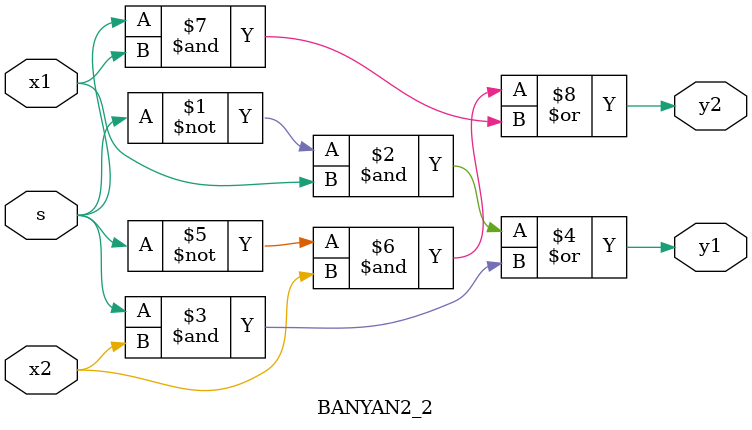
<source format=v>
`timescale 1ns / 1ps


module BANYAN2_2(s ,x1,x2,y1,y2);
    input s,x1,x2;
    output y1,y2;
    assign y1=((~s&x1)|(s&x2));
    assign y2=((~s&x2)|(s&x1));
endmodule

</source>
